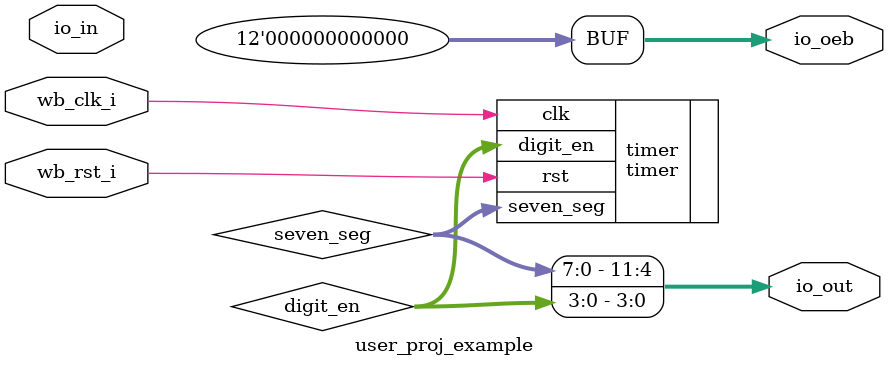
<source format=v>

`default_nettype none
/*
 *-------------------------------------------------------------
 *
 * user_proj_example
 *
 *-------------------------------------------------------------
 */

module user_proj_example #(
    parameter BITS = 32
)(
`ifdef USE_POWER_PINS
    inout vccd1,	// User area 1 1.8V supply
    inout vssd1,	// User area 1 digital ground
`endif

    // Wishbone Slave ports (WB MI A)
    input wb_clk_i,
    input wb_rst_i,

    // IOs
    input  [11:0] io_in,
    output [11:0] io_out,
    output [11:0] io_oeb
);
   
    wire [7:0] seven_seg;
    wire [3:0]  digit_en;
     
    timer #(
        .BITS(BITS)
    ) timer(
        .clk(wb_clk_i),
        .rst(wb_rst_i),
        .seven_seg(seven_seg),
        .digit_en(digit_en)
    );
    
    assign io_oeb = 12'b0;
    assign io_out = {seven_seg,digit_en};

endmodule


</source>
